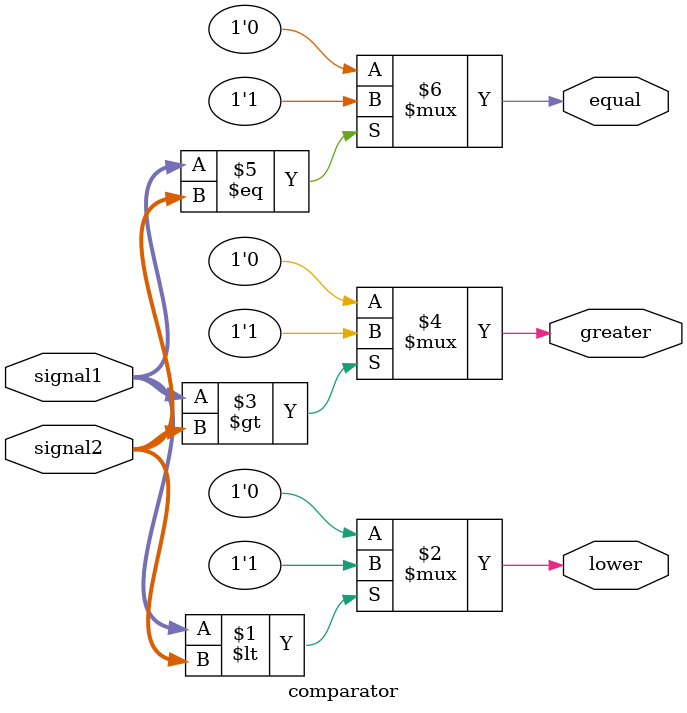
<source format=sv>
/*
Comparator Module

Inputs:
    signal1: First signal to compare
    signal2: Second signal to compare

Outputs:
    equal: indicate if signals are equal
*/
module comparator(input [9:0] signal1, signal2,
                  output logic lower, greater, equal);

assign lower   = signal1 < signal2 ? 1'b1 : 1'b0;
assign greater = signal1 > signal2 ? 1'b1 : 1'b0;
assign equal   = signal1 == signal2 ? 1'b1 : 1'b0;

endmodule // comparator

</source>
